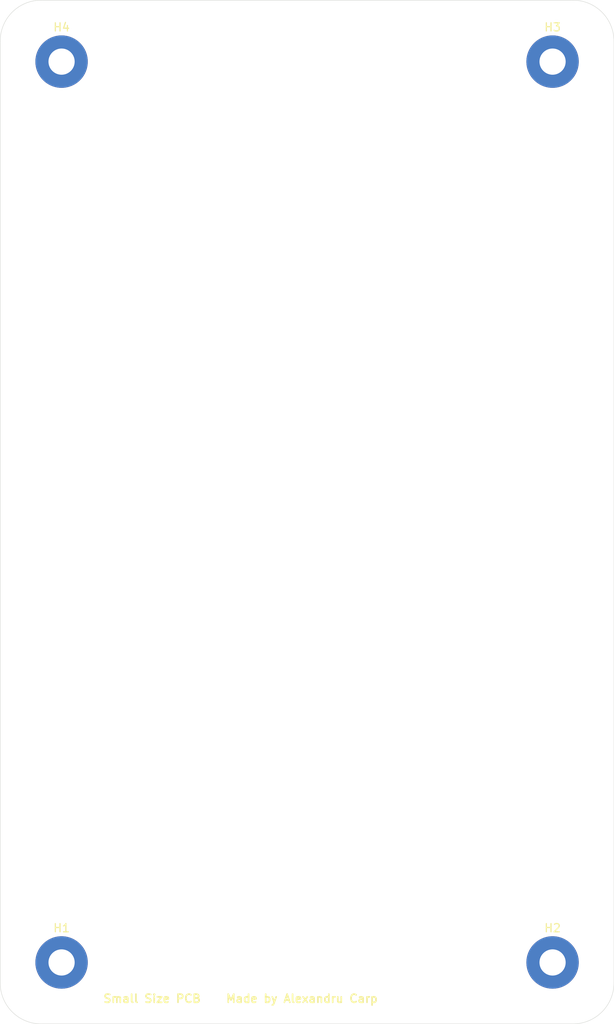
<source format=kicad_pcb>
(kicad_pcb (version 20240108) (generator "pcbnew") (generator_version "8.0")
  (title_block (title "Small Size PCB Template") (date "2024-08-05") (rev "Initial Commit") (company "FabRice Team - Campus Fab"))
  (layers (0 "F.Cu" signal) (31 "B.Cu" signal) (34 "B.Paste" user) (35 "F.Paste" user) (36 "B.SilkS" user "B.Silkscreen") (37 "F.SilkS" user "F.Silkscreen") (38 "B.Mask" user) (39 "F.Mask" user) (44 "Edge.Cuts" user))
  (net 0 "")
  (footprint "MountingHole:MountingHole_3.2mm_M3_Pad" (layer "F.Cu") (at 95 142.5)
    (property "Reference" "H2" (at 0 -4.2 0) (layer "F.SilkS"))
    (property "Value" "MountingHole_Pad" (hide yes))
    (pad "1" thru_hole circle (at 0 0) (size 6.4 6.4) (drill 3.2) (layers "*.Cu" "*.Mask"))
  )
  (footprint "MountingHole:MountingHole_3.2mm_M3_Pad" (layer "F.Cu") (at 35 32.5)
    (property "Reference" "H4" (at 0 -4.2 0) (layer "F.SilkS"))
    (property "Value" "MountingHole_Pad" (hide yes))
    (pad "1" thru_hole circle (at 0 0) (size 6.4 6.4) (drill 3.2) (layers "*.Cu" "*.Mask"))
  )
  (footprint "MountingHole:MountingHole_3.2mm_M3_Pad" (layer "F.Cu") (at 95 32.5)
    (property "Reference" "H3" (at 0 -4.2 0) (layer "F.SilkS"))
    (property "Value" "MountingHole_Pad" (hide yes))
    (pad "1" thru_hole circle (at 0 0) (size 6.4 6.4) (drill 3.2) (layers "*.Cu" "*.Mask"))
  )
  (footprint "MountingHole:MountingHole_3.2mm_M3_Pad" (layer "F.Cu") (at 35 142.5)
    (property "Reference" "H1" (at 0 -4.2 0) (layer "F.SilkS"))
    (property "Value" "MountingHole_Pad" (hide yes))
    (pad "1" thru_hole circle (at 0 0) (size 6.4 6.4) (drill 3.2) (layers "*.Cu" "*.Mask"))
  )
  (gr_line (start 97.5 150) (end 32.5 150) (stroke (width 0.05)) (layer "Edge.Cuts"))
  (gr_arc (start 97.5 25) (mid 101.035534 26.464466) (end 102.5 30) (stroke (width 0.05)) (layer "Edge.Cuts"))
  (gr_arc (start 27.5 30) (mid 28.964466 26.464466) (end 32.5 25) (stroke (width 0.05)) (layer "Edge.Cuts"))
  (gr_line (start 32.5 25) (end 97.5 25) (stroke (width 0.05)) (layer "Edge.Cuts"))
  (gr_arc (start 102.5 145) (mid 101.035534 148.535534) (end 97.5 150) (stroke (width 0.05)) (layer "Edge.Cuts"))
  (gr_line (start 27.5 145) (end 27.5 30) (stroke (width 0.05)) (layer "Edge.Cuts"))
  (gr_arc (start 32.5 150) (mid 28.964466 148.535534) (end 27.5 145) (stroke (width 0.05)) (layer "Edge.Cuts"))
  (gr_line (start 102.5 30) (end 102.5 145) (stroke (width 0.05)) (layer "Edge.Cuts"))
  (gr_text "Made by Alexandru Carp" (at 55 147.5 0) (layer "F.SilkS") (effects (font (size 1 1) (thickness 0.2) (bold yes)) (justify left bottom)))
  (gr_text "Small Size PCB" (at 40 147.5 0) (layer "F.SilkS") (effects (font (size 1 1) (thickness 0.2) (bold yes)) (justify left bottom)))
)
</source>
